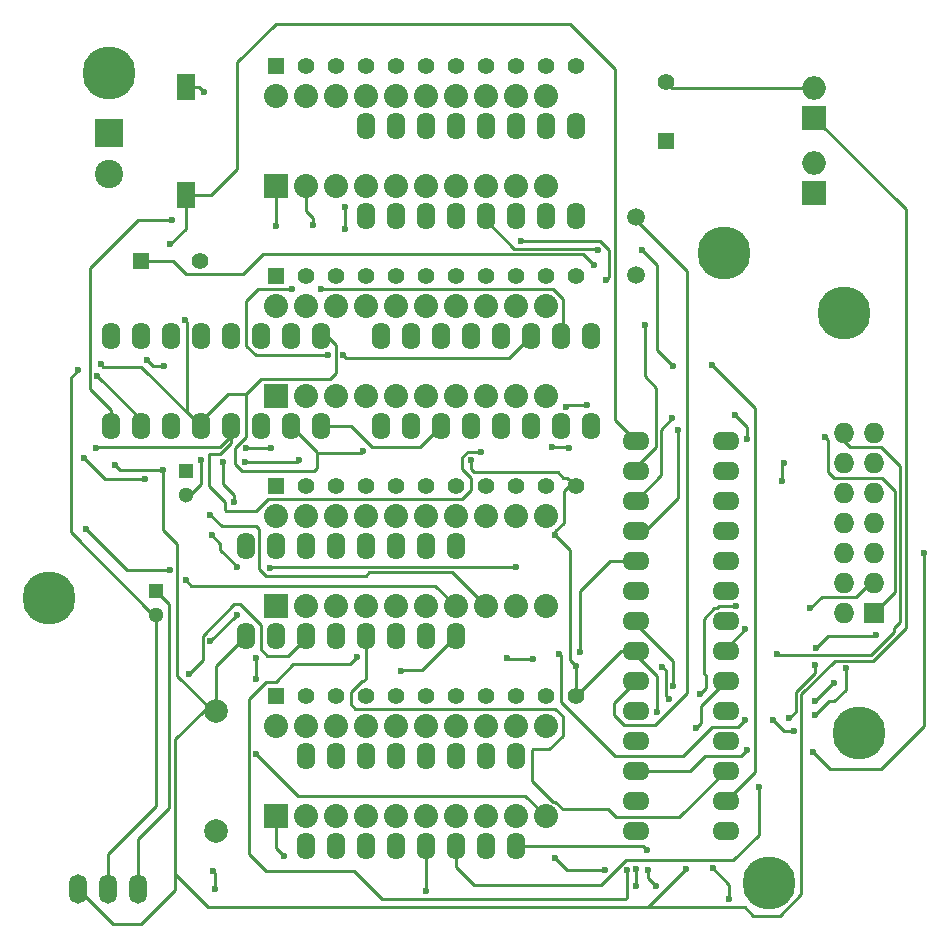
<source format=gbr>
G04 #@! TF.FileFunction,Copper,L1,Top,Signal*
%FSLAX46Y46*%
G04 Gerber Fmt 4.6, Leading zero omitted, Abs format (unit mm)*
G04 Created by KiCad (PCBNEW 4.0.2-stable) date Tue 02 Aug 2016 06:34:44 PM EDT*
%MOMM*%
G01*
G04 APERTURE LIST*
%ADD10C,0.100000*%
%ADD11C,4.500000*%
%ADD12R,2.032000X2.032000*%
%ADD13C,2.032000*%
%ADD14R,1.400000X1.400000*%
%ADD15C,1.400000*%
%ADD16R,1.300000X1.300000*%
%ADD17C,1.300000*%
%ADD18O,2.300000X1.600000*%
%ADD19C,1.998980*%
%ADD20C,1.397000*%
%ADD21R,1.397000X1.397000*%
%ADD22R,1.600000X2.180000*%
%ADD23O,1.600000X2.300000*%
%ADD24C,1.501140*%
%ADD25O,1.501140X2.499360*%
%ADD26R,1.727200X1.727200*%
%ADD27O,1.727200X1.727200*%
%ADD28C,2.400000*%
%ADD29R,2.400000X2.400000*%
%ADD30O,1.998980X1.998980*%
%ADD31R,1.998980X1.998980*%
%ADD32C,0.600000*%
%ADD33C,0.250000*%
G04 APERTURE END LIST*
D10*
D11*
X164338000Y-127571500D03*
X163068000Y-92011500D03*
X156718000Y-140271500D03*
D12*
X114935000Y-134620000D03*
D13*
X117475000Y-134620000D03*
X120015000Y-134620000D03*
X122555000Y-134620000D03*
X132715000Y-127000000D03*
X130175000Y-127000000D03*
X127635000Y-127000000D03*
X125095000Y-127000000D03*
X125095000Y-134620000D03*
X127635000Y-134620000D03*
X130175000Y-134620000D03*
X132715000Y-134620000D03*
X135255000Y-127000000D03*
X137795000Y-127000000D03*
X137795000Y-134620000D03*
X135255000Y-134620000D03*
X122555000Y-127000000D03*
X120015000Y-127000000D03*
X117475000Y-127000000D03*
X114935000Y-127000000D03*
D12*
X114935000Y-116840000D03*
D13*
X117475000Y-116840000D03*
X120015000Y-116840000D03*
X122555000Y-116840000D03*
X132715000Y-109220000D03*
X130175000Y-109220000D03*
X127635000Y-109220000D03*
X125095000Y-109220000D03*
X125095000Y-116840000D03*
X127635000Y-116840000D03*
X130175000Y-116840000D03*
X132715000Y-116840000D03*
X135255000Y-109220000D03*
X137795000Y-109220000D03*
X137795000Y-116840000D03*
X135255000Y-116840000D03*
X122555000Y-109220000D03*
X120015000Y-109220000D03*
X117475000Y-109220000D03*
X114935000Y-109220000D03*
D12*
X114935000Y-99060000D03*
D13*
X117475000Y-99060000D03*
X120015000Y-99060000D03*
X122555000Y-99060000D03*
X132715000Y-91440000D03*
X130175000Y-91440000D03*
X127635000Y-91440000D03*
X125095000Y-91440000D03*
X125095000Y-99060000D03*
X127635000Y-99060000D03*
X130175000Y-99060000D03*
X132715000Y-99060000D03*
X135255000Y-91440000D03*
X137795000Y-91440000D03*
X137795000Y-99060000D03*
X135255000Y-99060000D03*
X122555000Y-91440000D03*
X120015000Y-91440000D03*
X117475000Y-91440000D03*
X114935000Y-91440000D03*
D12*
X114935000Y-81280000D03*
D13*
X117475000Y-81280000D03*
X120015000Y-81280000D03*
X122555000Y-81280000D03*
X132715000Y-73660000D03*
X130175000Y-73660000D03*
X127635000Y-73660000D03*
X125095000Y-73660000D03*
X125095000Y-81280000D03*
X127635000Y-81280000D03*
X130175000Y-81280000D03*
X132715000Y-81280000D03*
X135255000Y-73660000D03*
X137795000Y-73660000D03*
X137795000Y-81280000D03*
X135255000Y-81280000D03*
X122555000Y-73660000D03*
X120015000Y-73660000D03*
X117475000Y-73660000D03*
X114935000Y-73660000D03*
D14*
X103505000Y-87630000D03*
D15*
X108505000Y-87630000D03*
D14*
X147955000Y-77470000D03*
D15*
X147955000Y-72470000D03*
D16*
X104775000Y-115570000D03*
D17*
X104775000Y-117570000D03*
D16*
X107315000Y-105410000D03*
D17*
X107315000Y-107410000D03*
D18*
X145415000Y-102870000D03*
X145415000Y-105410000D03*
X145415000Y-107950000D03*
X145415000Y-110490000D03*
X145415000Y-113030000D03*
X145415000Y-115570000D03*
X145415000Y-118110000D03*
X145415000Y-120650000D03*
X145415000Y-123190000D03*
X145415000Y-125730000D03*
X145415000Y-128270000D03*
X145415000Y-130810000D03*
X145415000Y-133350000D03*
X145415000Y-135890000D03*
X153035000Y-135890000D03*
X153035000Y-133350000D03*
X153035000Y-130810000D03*
X153035000Y-128270000D03*
X153035000Y-125730000D03*
X153035000Y-123190000D03*
X153035000Y-120650000D03*
X153035000Y-118110000D03*
X153035000Y-115570000D03*
X153035000Y-113030000D03*
X153035000Y-110490000D03*
X153035000Y-107950000D03*
X153035000Y-105410000D03*
X153035000Y-102870000D03*
D19*
X109855000Y-135890000D03*
X109855000Y-125730000D03*
D20*
X140335000Y-124460000D03*
D21*
X114935000Y-124460000D03*
D20*
X117475000Y-124460000D03*
X120015000Y-124460000D03*
X122555000Y-124460000D03*
X125095000Y-124460000D03*
X127635000Y-124460000D03*
X130175000Y-124460000D03*
X132715000Y-124460000D03*
X135255000Y-124460000D03*
X137795000Y-124460000D03*
X140335000Y-106680000D03*
D21*
X114935000Y-106680000D03*
D20*
X117475000Y-106680000D03*
X120015000Y-106680000D03*
X122555000Y-106680000D03*
X125095000Y-106680000D03*
X127635000Y-106680000D03*
X130175000Y-106680000D03*
X132715000Y-106680000D03*
X135255000Y-106680000D03*
X137795000Y-106680000D03*
X140335000Y-88900000D03*
D21*
X114935000Y-88900000D03*
D20*
X117475000Y-88900000D03*
X120015000Y-88900000D03*
X122555000Y-88900000D03*
X125095000Y-88900000D03*
X127635000Y-88900000D03*
X130175000Y-88900000D03*
X132715000Y-88900000D03*
X135255000Y-88900000D03*
X137795000Y-88900000D03*
X140335000Y-71120000D03*
D21*
X114935000Y-71120000D03*
D20*
X117475000Y-71120000D03*
X120015000Y-71120000D03*
X122555000Y-71120000D03*
X125095000Y-71120000D03*
X127635000Y-71120000D03*
X130175000Y-71120000D03*
X132715000Y-71120000D03*
X135255000Y-71120000D03*
X137795000Y-71120000D03*
D22*
X107312680Y-82072430D03*
X107317320Y-72867570D03*
D23*
X117475000Y-129540000D03*
X120015000Y-129540000D03*
X122555000Y-129540000D03*
X125095000Y-129540000D03*
X127635000Y-129540000D03*
X130175000Y-129540000D03*
X132715000Y-129540000D03*
X135255000Y-129540000D03*
X135255000Y-137160000D03*
X132715000Y-137160000D03*
X130175000Y-137160000D03*
X127635000Y-137160000D03*
X125095000Y-137160000D03*
X122555000Y-137160000D03*
X120015000Y-137160000D03*
X117475000Y-137160000D03*
X112395000Y-111760000D03*
X114935000Y-111760000D03*
X117475000Y-111760000D03*
X120015000Y-111760000D03*
X122555000Y-111760000D03*
X125095000Y-111760000D03*
X127635000Y-111760000D03*
X130175000Y-111760000D03*
X130175000Y-119380000D03*
X127635000Y-119380000D03*
X125095000Y-119380000D03*
X122555000Y-119380000D03*
X120015000Y-119380000D03*
X117475000Y-119380000D03*
X114935000Y-119380000D03*
X112395000Y-119380000D03*
X100965000Y-93980000D03*
X103505000Y-93980000D03*
X106045000Y-93980000D03*
X108585000Y-93980000D03*
X111125000Y-93980000D03*
X113665000Y-93980000D03*
X116205000Y-93980000D03*
X118745000Y-93980000D03*
X118745000Y-101600000D03*
X116205000Y-101600000D03*
X113665000Y-101600000D03*
X111125000Y-101600000D03*
X108585000Y-101600000D03*
X106045000Y-101600000D03*
X103505000Y-101600000D03*
X100965000Y-101600000D03*
X123825000Y-93980000D03*
X126365000Y-93980000D03*
X128905000Y-93980000D03*
X131445000Y-93980000D03*
X133985000Y-93980000D03*
X136525000Y-93980000D03*
X139065000Y-93980000D03*
X141605000Y-93980000D03*
X141605000Y-101600000D03*
X139065000Y-101600000D03*
X136525000Y-101600000D03*
X133985000Y-101600000D03*
X131445000Y-101600000D03*
X128905000Y-101600000D03*
X126365000Y-101600000D03*
X123825000Y-101600000D03*
X122555000Y-76200000D03*
X125095000Y-76200000D03*
X127635000Y-76200000D03*
X130175000Y-76200000D03*
X132715000Y-76200000D03*
X135255000Y-76200000D03*
X137795000Y-76200000D03*
X140335000Y-76200000D03*
X140335000Y-83820000D03*
X137795000Y-83820000D03*
X135255000Y-83820000D03*
X132715000Y-83820000D03*
X130175000Y-83820000D03*
X127635000Y-83820000D03*
X125095000Y-83820000D03*
X122555000Y-83820000D03*
D24*
X145415000Y-88800940D03*
X145415000Y-83919060D03*
D11*
X100838000Y-71691500D03*
X152908000Y-86931500D03*
X95758000Y-116141500D03*
D25*
X100711000Y-140779500D03*
X98171000Y-140779500D03*
X103251000Y-140779500D03*
D26*
X165608000Y-117411500D03*
D27*
X163068000Y-117411500D03*
X165608000Y-114871500D03*
X163068000Y-114871500D03*
X165608000Y-112331500D03*
X163068000Y-112331500D03*
X165608000Y-109791500D03*
X163068000Y-109791500D03*
X165608000Y-107251500D03*
X163068000Y-107251500D03*
X165608000Y-104711500D03*
X163068000Y-104711500D03*
X165608000Y-102171500D03*
X163068000Y-102171500D03*
D28*
X100838000Y-80271500D03*
D29*
X100838000Y-76771500D03*
D30*
X160528000Y-79311500D03*
D31*
X160528000Y-81851500D03*
D30*
X160528000Y-72961500D03*
D31*
X160528000Y-75501500D03*
D32*
X115633500Y-138049000D03*
X113284000Y-121221500D03*
X113284000Y-122999500D03*
X113284000Y-129349500D03*
X138620500Y-138176000D03*
X142811500Y-139192000D03*
X144653000Y-139192000D03*
X121856500Y-121158000D03*
X99822000Y-97345500D03*
X98869500Y-110299500D03*
X105981500Y-113792000D03*
X107315000Y-114681000D03*
X109410500Y-109156500D03*
X103886000Y-106108500D03*
X98742500Y-104330500D03*
X114554000Y-103441500D03*
X112458500Y-103441500D03*
X135255000Y-113538000D03*
X114427000Y-113665000D03*
X111442500Y-108077000D03*
X110490000Y-104648000D03*
X105473500Y-96520000D03*
X104076500Y-96012000D03*
X120650000Y-95567500D03*
X119380000Y-95631000D03*
X116332000Y-90043000D03*
X114998500Y-84645500D03*
X118745000Y-89979500D03*
X118110000Y-84582000D03*
X120777000Y-83058000D03*
X120777000Y-84963000D03*
X141859000Y-88011000D03*
X107251500Y-92646500D03*
X108585000Y-104457500D03*
X100139500Y-96393000D03*
X98234500Y-96901000D03*
X122364500Y-103759000D03*
X138620500Y-110871000D03*
X131445000Y-104521000D03*
X147256500Y-125793500D03*
X140398500Y-121920000D03*
X136715500Y-121348500D03*
X134556500Y-121221500D03*
X141287500Y-99822000D03*
X139509500Y-100012500D03*
X108902500Y-73342500D03*
X150495000Y-127190500D03*
X149669500Y-139128500D03*
X148590000Y-123634500D03*
X106172000Y-84137500D03*
X101346000Y-104902000D03*
X105410000Y-105346500D03*
X116903500Y-104521000D03*
X112331500Y-104648000D03*
X105981500Y-86233000D03*
X146177000Y-93091000D03*
X148526500Y-100965000D03*
X148971000Y-101917500D03*
X153797000Y-100647500D03*
X154813000Y-102743000D03*
X161480500Y-102552500D03*
X163195000Y-122110500D03*
X160591500Y-126111000D03*
X158813500Y-127444500D03*
X157035500Y-126492000D03*
X154686000Y-126492000D03*
X138938000Y-120904000D03*
X140716000Y-120713500D03*
X147637500Y-121983500D03*
X148272500Y-124714000D03*
X150876000Y-124269500D03*
X153924000Y-116840000D03*
X160210500Y-117030500D03*
X165798500Y-119316500D03*
X160718500Y-120396000D03*
X160591500Y-121856500D03*
X158432500Y-126365000D03*
X169862500Y-112331500D03*
X160401000Y-129222500D03*
X154876500Y-129032000D03*
X135699500Y-85979000D03*
X142938500Y-89217500D03*
X127698500Y-140970000D03*
X145478500Y-140589000D03*
X145478500Y-139128500D03*
X153352500Y-141668500D03*
X151955500Y-139065000D03*
X142240000Y-86741000D03*
X145923000Y-86677500D03*
X148590000Y-96520000D03*
X151892000Y-96456500D03*
X132334000Y-103822500D03*
X99695000Y-103441500D03*
X138303000Y-103378000D03*
X139763500Y-103441500D03*
X155829000Y-132143500D03*
X162242500Y-123380500D03*
X160591500Y-124904500D03*
X157353000Y-120904000D03*
X154686000Y-118808500D03*
X157988000Y-104775000D03*
X157797500Y-106299000D03*
X107569000Y-122618500D03*
X109601000Y-139255500D03*
X109791500Y-140843000D03*
X147129500Y-140525500D03*
X146494500Y-139192000D03*
X146367500Y-137477500D03*
X125539500Y-122364500D03*
X109410500Y-119824500D03*
X111696500Y-117602000D03*
X111633000Y-113538000D03*
X109537500Y-110871000D03*
D33*
X115633500Y-138049000D02*
X114935000Y-137350500D01*
X114935000Y-137350500D02*
X114935000Y-134620000D01*
X113284000Y-121221500D02*
X113284000Y-122999500D01*
X113284000Y-129349500D02*
X116840000Y-132905500D01*
X116840000Y-132905500D02*
X136080500Y-132905500D01*
X136080500Y-132905500D02*
X137795000Y-134620000D01*
X138620500Y-138176000D02*
X139636500Y-139192000D01*
X139636500Y-139192000D02*
X142811500Y-139192000D01*
X144653000Y-139192000D02*
X144653000Y-141541500D01*
X144653000Y-141541500D02*
X144526000Y-141668500D01*
X144526000Y-141668500D02*
X123952000Y-141668500D01*
X123952000Y-141668500D02*
X121602500Y-139319000D01*
X121602500Y-139319000D02*
X114109500Y-139319000D01*
X114109500Y-139319000D02*
X112649000Y-137858500D01*
X112649000Y-137858500D02*
X112649000Y-124714000D01*
X112649000Y-124714000D02*
X114109500Y-123253500D01*
X114109500Y-123253500D02*
X114935000Y-123253500D01*
X114935000Y-123253500D02*
X116395500Y-121793000D01*
X116395500Y-121793000D02*
X121221500Y-121793000D01*
X121221500Y-121793000D02*
X121856500Y-121158000D01*
X103505000Y-101600000D02*
X103505000Y-101028500D01*
X103505000Y-101028500D02*
X99822000Y-97345500D01*
X98869500Y-110299500D02*
X102362000Y-113792000D01*
X102362000Y-113792000D02*
X105981500Y-113792000D01*
X107315000Y-114681000D02*
X107759500Y-115125500D01*
X107759500Y-115125500D02*
X128460500Y-115125500D01*
X128460500Y-115125500D02*
X130175000Y-116840000D01*
X129863002Y-113988002D02*
X132715000Y-116840000D01*
X122872500Y-113988002D02*
X129863002Y-113988002D01*
X122560502Y-114300000D02*
X122872500Y-113988002D01*
X114109500Y-114300000D02*
X122560502Y-114300000D01*
X113538000Y-113728500D02*
X114109500Y-114300000D01*
X113538000Y-110363000D02*
X113538000Y-113728500D01*
X113284000Y-110109000D02*
X113538000Y-110363000D01*
X110363000Y-110109000D02*
X113284000Y-110109000D01*
X109410500Y-109156500D02*
X110363000Y-110109000D01*
X100520500Y-106108500D02*
X103886000Y-106108500D01*
X98742500Y-104330500D02*
X100520500Y-106108500D01*
X112458500Y-103441500D02*
X114554000Y-103441500D01*
X114554000Y-113538000D02*
X135255000Y-113538000D01*
X114427000Y-113665000D02*
X114554000Y-113538000D01*
X111442500Y-107442000D02*
X111442500Y-108077000D01*
X110490000Y-106489500D02*
X111442500Y-107442000D01*
X110490000Y-104648000D02*
X110490000Y-106489500D01*
X104584500Y-96520000D02*
X105473500Y-96520000D01*
X104076500Y-96012000D02*
X104584500Y-96520000D01*
X114935000Y-81280000D02*
X114935000Y-84582000D01*
X134683500Y-95821500D02*
X136525000Y-93980000D01*
X120904000Y-95821500D02*
X134683500Y-95821500D01*
X120650000Y-95567500D02*
X120904000Y-95821500D01*
X113284000Y-95631000D02*
X119380000Y-95631000D01*
X112458500Y-94805500D02*
X113284000Y-95631000D01*
X112458500Y-91059000D02*
X112458500Y-94805500D01*
X113474500Y-90043000D02*
X112458500Y-91059000D01*
X116332000Y-90043000D02*
X113474500Y-90043000D01*
X114935000Y-84582000D02*
X114998500Y-84645500D01*
X117475000Y-81280000D02*
X117475000Y-83375500D01*
X139255500Y-90868500D02*
X139255500Y-93789500D01*
X138430000Y-90043000D02*
X139255500Y-90868500D01*
X118808500Y-90043000D02*
X138430000Y-90043000D01*
X118745000Y-89979500D02*
X118808500Y-90043000D01*
X118110000Y-84010500D02*
X118110000Y-84582000D01*
X117475000Y-83375500D02*
X118110000Y-84010500D01*
X139255500Y-93789500D02*
X139065000Y-93980000D01*
X120777000Y-83058000D02*
X120777000Y-84963000D01*
X103505000Y-87630000D02*
X106235500Y-87630000D01*
X140912002Y-87064002D02*
X141859000Y-88011000D01*
X113849998Y-87064002D02*
X140912002Y-87064002D01*
X112141000Y-88773000D02*
X113849998Y-87064002D01*
X107378500Y-88773000D02*
X112141000Y-88773000D01*
X106235500Y-87630000D02*
X107378500Y-88773000D01*
X160528000Y-72961500D02*
X148446500Y-72961500D01*
X148446500Y-72961500D02*
X147955000Y-72470000D01*
X104775000Y-117570000D02*
X104775000Y-133794500D01*
X100711000Y-137858500D02*
X100711000Y-140779500D01*
X104775000Y-133794500D02*
X100711000Y-137858500D01*
X108585000Y-101600000D02*
X108585000Y-101219000D01*
X108585000Y-101219000D02*
X110934500Y-98869500D01*
X110934500Y-98869500D02*
X112395000Y-98869500D01*
X107442000Y-100457000D02*
X108585000Y-101600000D01*
X107442000Y-92837000D02*
X107442000Y-100457000D01*
X107251500Y-92646500D02*
X107442000Y-92837000D01*
X107315000Y-107410000D02*
X107664500Y-107410000D01*
X107664500Y-107410000D02*
X108585000Y-106489500D01*
X108585000Y-106489500D02*
X108585000Y-104457500D01*
X104775000Y-117570000D02*
X104552500Y-117570000D01*
X104552500Y-117570000D02*
X97599500Y-110617000D01*
X103568500Y-96583500D02*
X108585000Y-101600000D01*
X100330000Y-96583500D02*
X103568500Y-96583500D01*
X100139500Y-96393000D02*
X100330000Y-96583500D01*
X97599500Y-97536000D02*
X98234500Y-96901000D01*
X97599500Y-110617000D02*
X97599500Y-97536000D01*
X138620500Y-110871000D02*
X139890500Y-112141000D01*
X139890500Y-121412000D02*
X140398500Y-121920000D01*
X139890500Y-112141000D02*
X139890500Y-121412000D01*
X122237500Y-103886000D02*
X118427500Y-103886000D01*
X122364500Y-103759000D02*
X122237500Y-103886000D01*
X140335000Y-106680000D02*
X139763500Y-106680000D01*
X139763500Y-106680000D02*
X139319000Y-107124500D01*
X138620500Y-110490000D02*
X138620500Y-110871000D01*
X139319000Y-109791500D02*
X138620500Y-110490000D01*
X139319000Y-107124500D02*
X139319000Y-109791500D01*
X139636500Y-105981500D02*
X140335000Y-106680000D01*
X139255500Y-105981500D02*
X139636500Y-105981500D01*
X138811000Y-105537000D02*
X139255500Y-105981500D01*
X131762500Y-105537000D02*
X138811000Y-105537000D01*
X131445000Y-105219500D02*
X131762500Y-105537000D01*
X131445000Y-104521000D02*
X131445000Y-105219500D01*
X145415000Y-120650000D02*
X145415000Y-120967500D01*
X145415000Y-120967500D02*
X147256500Y-122809000D01*
X147256500Y-122809000D02*
X147256500Y-125793500D01*
X145415000Y-120650000D02*
X144145000Y-120650000D01*
X144145000Y-120650000D02*
X140335000Y-124460000D01*
X134683500Y-121348500D02*
X136715500Y-121348500D01*
X134556500Y-121221500D02*
X134683500Y-121348500D01*
X140398500Y-121920000D02*
X140335000Y-121983500D01*
X140335000Y-121983500D02*
X140335000Y-124460000D01*
X118745000Y-93980000D02*
X119253000Y-93980000D01*
X119253000Y-93980000D02*
X120015000Y-94742000D01*
X120015000Y-94742000D02*
X120015000Y-97155000D01*
X120015000Y-97155000D02*
X119570500Y-97599500D01*
X119570500Y-97599500D02*
X113665000Y-97599500D01*
X113665000Y-97599500D02*
X112395000Y-98869500D01*
X112395000Y-98869500D02*
X112395000Y-102552500D01*
X112395000Y-102552500D02*
X111506000Y-103441500D01*
X111506000Y-103441500D02*
X111506000Y-104838500D01*
X111506000Y-104838500D02*
X112077500Y-105410000D01*
X112077500Y-105410000D02*
X118173500Y-105410000D01*
X118173500Y-105410000D02*
X118427500Y-105156000D01*
X118427500Y-105156000D02*
X118427500Y-103886000D01*
X118427500Y-103886000D02*
X118427500Y-103822500D01*
X118427500Y-103822500D02*
X116205000Y-101600000D01*
X139700000Y-99822000D02*
X141287500Y-99822000D01*
X139509500Y-100012500D02*
X139700000Y-99822000D01*
X107317320Y-72867570D02*
X108427570Y-72867570D01*
X108427570Y-72867570D02*
X108902500Y-73342500D01*
X145415000Y-83919060D02*
X145415000Y-84137500D01*
X145415000Y-84137500D02*
X149796500Y-88519000D01*
X149796500Y-88519000D02*
X149796500Y-124206000D01*
X149796500Y-124206000D02*
X147066000Y-126936500D01*
X147066000Y-126936500D02*
X144462500Y-126936500D01*
X144462500Y-126936500D02*
X143573500Y-126047500D01*
X143573500Y-126047500D02*
X143573500Y-125031500D01*
X143573500Y-125031500D02*
X145415000Y-123190000D01*
X103251000Y-140779500D02*
X103251000Y-136588500D01*
X105918000Y-116713000D02*
X104775000Y-115570000D01*
X105918000Y-133921500D02*
X105918000Y-116713000D01*
X103251000Y-136588500D02*
X105918000Y-133921500D01*
X146431000Y-142367000D02*
X154686000Y-142367000D01*
X168275000Y-83248500D02*
X160528000Y-75501500D01*
X168275000Y-118745000D02*
X168275000Y-83248500D01*
X165544500Y-121475500D02*
X168275000Y-118745000D01*
X162306000Y-121475500D02*
X165544500Y-121475500D01*
X159448500Y-124333000D02*
X162306000Y-121475500D01*
X159448500Y-141224000D02*
X159448500Y-124333000D01*
X157607000Y-143065500D02*
X159448500Y-141224000D01*
X155384500Y-143065500D02*
X157607000Y-143065500D01*
X154686000Y-142367000D02*
X155384500Y-143065500D01*
X106426000Y-139573000D02*
X106426000Y-140906500D01*
X101155500Y-143764000D02*
X98171000Y-140779500D01*
X103568500Y-143764000D02*
X101155500Y-143764000D01*
X106426000Y-140906500D02*
X103568500Y-143764000D01*
X109855000Y-125730000D02*
X108839000Y-125730000D01*
X150939500Y-125285500D02*
X153035000Y-123190000D01*
X150939500Y-126746000D02*
X150939500Y-125285500D01*
X150495000Y-127190500D02*
X150939500Y-126746000D01*
X146431000Y-142367000D02*
X149669500Y-139128500D01*
X109220000Y-142367000D02*
X146431000Y-142367000D01*
X106426000Y-139573000D02*
X109220000Y-142367000D01*
X106426000Y-128143000D02*
X106426000Y-139573000D01*
X108839000Y-125730000D02*
X106426000Y-128143000D01*
X145415000Y-118110000D02*
X145415000Y-118364000D01*
X145415000Y-118364000D02*
X148590000Y-121539000D01*
X148590000Y-121539000D02*
X148590000Y-123634500D01*
X100965000Y-101600000D02*
X100965000Y-100266500D01*
X103251000Y-84137500D02*
X106172000Y-84137500D01*
X99187000Y-88201500D02*
X103251000Y-84137500D01*
X99187000Y-98488500D02*
X99187000Y-88201500D01*
X100965000Y-100266500D02*
X99187000Y-98488500D01*
X101790500Y-105346500D02*
X105410000Y-105346500D01*
X101346000Y-104902000D02*
X101790500Y-105346500D01*
X109855000Y-125730000D02*
X109601000Y-125730000D01*
X109601000Y-125730000D02*
X106616500Y-122745500D01*
X105410000Y-110427898D02*
X105410000Y-105346500D01*
X106616500Y-111634398D02*
X105410000Y-110427898D01*
X106616500Y-122745500D02*
X106616500Y-111634398D01*
X109855000Y-125730000D02*
X109855000Y-121920000D01*
X109855000Y-121920000D02*
X112395000Y-119380000D01*
X116903500Y-104521000D02*
X116776500Y-104648000D01*
X116776500Y-104648000D02*
X112331500Y-104648000D01*
X107312680Y-82072430D02*
X109443570Y-82072430D01*
X143637000Y-101092000D02*
X145415000Y-102870000D01*
X143637000Y-71374000D02*
X143637000Y-101092000D01*
X139827000Y-67564000D02*
X143637000Y-71374000D01*
X114935000Y-67564000D02*
X139827000Y-67564000D01*
X111696500Y-70802500D02*
X114935000Y-67564000D01*
X111696500Y-79819500D02*
X111696500Y-70802500D01*
X109443570Y-82072430D02*
X111696500Y-79819500D01*
X107312680Y-84901820D02*
X107312680Y-82072430D01*
X105981500Y-86233000D02*
X107312680Y-84901820D01*
X145415000Y-105410000D02*
X145415000Y-105092500D01*
X145415000Y-105092500D02*
X147129500Y-103378000D01*
X147129500Y-103378000D02*
X147129500Y-98361500D01*
X147129500Y-98361500D02*
X146177000Y-97409000D01*
X146177000Y-97409000D02*
X146177000Y-93091000D01*
X148526500Y-100965000D02*
X147579502Y-101911998D01*
X147579502Y-101911998D02*
X147579502Y-105785498D01*
X147579502Y-105785498D02*
X145415000Y-107950000D01*
X145415000Y-110490000D02*
X146177000Y-110490000D01*
X146177000Y-110490000D02*
X148971000Y-107696000D01*
X148971000Y-107696000D02*
X148971000Y-101917500D01*
X153797000Y-100647500D02*
X154813000Y-101663500D01*
X154813000Y-101663500D02*
X154813000Y-102743000D01*
X161480500Y-102552500D02*
X161734500Y-102806500D01*
X161734500Y-102806500D02*
X161734500Y-105473500D01*
X161734500Y-105473500D02*
X162242500Y-105981500D01*
X162242500Y-105981500D02*
X166243000Y-105981500D01*
X166243000Y-105981500D02*
X167374996Y-107113496D01*
X167374996Y-107113496D02*
X167374996Y-115644504D01*
X167374996Y-115644504D02*
X165608000Y-117411500D01*
X145415000Y-113030000D02*
X143256000Y-113030000D01*
X163195000Y-123952000D02*
X163195000Y-122110500D01*
X162242500Y-124904500D02*
X163195000Y-123952000D01*
X161798000Y-124904500D02*
X162242500Y-124904500D01*
X160591500Y-126111000D02*
X161798000Y-124904500D01*
X157988000Y-127444500D02*
X158813500Y-127444500D01*
X157035500Y-126492000D02*
X157988000Y-127444500D01*
X154114500Y-127063500D02*
X154686000Y-126492000D01*
X151892000Y-127063500D02*
X154114500Y-127063500D01*
X149415500Y-129540000D02*
X151892000Y-127063500D01*
X143637000Y-129540000D02*
X149415500Y-129540000D01*
X139065000Y-124968000D02*
X143637000Y-129540000D01*
X139065000Y-121031000D02*
X139065000Y-124968000D01*
X138938000Y-120904000D02*
X139065000Y-121031000D01*
X140716000Y-115570000D02*
X140716000Y-120713500D01*
X143256000Y-113030000D02*
X140716000Y-115570000D01*
X147637500Y-121983500D02*
X147955000Y-122301000D01*
X147955000Y-122301000D02*
X147955000Y-124396500D01*
X147955000Y-124396500D02*
X148272500Y-124714000D01*
X150876000Y-124269500D02*
X151384000Y-123761500D01*
X151384000Y-123761500D02*
X151384000Y-122745500D01*
X151384000Y-122745500D02*
X151193500Y-122555000D01*
X151193500Y-122555000D02*
X151193500Y-117919500D01*
X151193500Y-117919500D02*
X152082500Y-117030500D01*
X152082500Y-117030500D02*
X152273000Y-117030500D01*
X152273000Y-117030500D02*
X152463500Y-116840000D01*
X152463500Y-116840000D02*
X153924000Y-116840000D01*
X160210500Y-117030500D02*
X161163000Y-116078000D01*
X161163000Y-116078000D02*
X164084000Y-116078000D01*
X164084000Y-116078000D02*
X165290500Y-114871500D01*
X165290500Y-114871500D02*
X165608000Y-114871500D01*
X165735000Y-119380000D02*
X165798500Y-119316500D01*
X161734500Y-119380000D02*
X165735000Y-119380000D01*
X160718500Y-120396000D02*
X161734500Y-119380000D01*
X160591500Y-122553602D02*
X160591500Y-121856500D01*
X158998498Y-124146604D02*
X160591500Y-122553602D01*
X158998498Y-125799002D02*
X158998498Y-124146604D01*
X158432500Y-126365000D02*
X158998498Y-125799002D01*
X145415000Y-130810000D02*
X150050500Y-130810000D01*
X169862500Y-127000000D02*
X169862500Y-112331500D01*
X166179500Y-130683000D02*
X169862500Y-127000000D01*
X161861500Y-130683000D02*
X166179500Y-130683000D01*
X160401000Y-129222500D02*
X161861500Y-130683000D01*
X154368500Y-129540000D02*
X154876500Y-129032000D01*
X151320500Y-129540000D02*
X154368500Y-129540000D01*
X150050500Y-130810000D02*
X151320500Y-129540000D01*
X142367000Y-85979000D02*
X135699500Y-85979000D01*
X143129000Y-86741000D02*
X142367000Y-85979000D01*
X143129000Y-89027000D02*
X143129000Y-86741000D01*
X142938500Y-89217500D02*
X143129000Y-89027000D01*
X127635000Y-140906500D02*
X127635000Y-137160000D01*
X127698500Y-140970000D02*
X127635000Y-140906500D01*
X145478500Y-139128500D02*
X145478500Y-140589000D01*
X153352500Y-140462000D02*
X153352500Y-141668500D01*
X151955500Y-139065000D02*
X153352500Y-140462000D01*
X132715000Y-83820000D02*
X132715000Y-84201000D01*
X132715000Y-84201000D02*
X135128000Y-86614000D01*
X135128000Y-86614000D02*
X142113000Y-86614000D01*
X142113000Y-86614000D02*
X142240000Y-86741000D01*
X145923000Y-86677500D02*
X147256500Y-88011000D01*
X147256500Y-88011000D02*
X147256500Y-95186500D01*
X147256500Y-95186500D02*
X148590000Y-96520000D01*
X151892000Y-96456500D02*
X155511500Y-100076000D01*
X155511500Y-100076000D02*
X155511500Y-130873500D01*
X155511500Y-130873500D02*
X153035000Y-133350000D01*
X122555000Y-119380000D02*
X122555000Y-120523000D01*
X122555000Y-120523000D02*
X122555000Y-122999500D01*
X122555000Y-122999500D02*
X122364500Y-123190000D01*
X122364500Y-123190000D02*
X122237500Y-123190000D01*
X122237500Y-123190000D02*
X121285000Y-124142500D01*
X121285000Y-124142500D02*
X121285000Y-125158500D01*
X121285000Y-125158500D02*
X121666000Y-125539500D01*
X121666000Y-125539500D02*
X138620500Y-125539500D01*
X138620500Y-125539500D02*
X139255500Y-126174500D01*
X139255500Y-126174500D02*
X139255500Y-127825500D01*
X139255500Y-127825500D02*
X138112500Y-128968500D01*
X138112500Y-128968500D02*
X136715500Y-128968500D01*
X136715500Y-128968500D02*
X136652000Y-129032000D01*
X136652000Y-129032000D02*
X136652000Y-131635500D01*
X136652000Y-131635500D02*
X138430000Y-133413500D01*
X138430000Y-133413500D02*
X138620500Y-133413500D01*
X138620500Y-133413500D02*
X139255500Y-134048500D01*
X139255500Y-134048500D02*
X143065500Y-134048500D01*
X143065500Y-134048500D02*
X143764000Y-134747000D01*
X143764000Y-134747000D02*
X149098000Y-134747000D01*
X149098000Y-134747000D02*
X153035000Y-130810000D01*
X109283500Y-103949500D02*
X109283500Y-106680000D01*
X131191000Y-103822500D02*
X132334000Y-103822500D01*
X130746500Y-104267000D02*
X131191000Y-103822500D01*
X130746500Y-105283000D02*
X130746500Y-104267000D01*
X131445000Y-105981500D02*
X130746500Y-105283000D01*
X131445000Y-107061000D02*
X131445000Y-105981500D01*
X130746500Y-107759500D02*
X131445000Y-107061000D01*
X114300000Y-107759500D02*
X130746500Y-107759500D01*
X113284000Y-108775500D02*
X114300000Y-107759500D01*
X110744000Y-108775500D02*
X113284000Y-108775500D01*
X110680500Y-108712000D02*
X110744000Y-108775500D01*
X110680500Y-108077000D02*
X110680500Y-108712000D01*
X109283500Y-106680000D02*
X110680500Y-108077000D01*
X111125000Y-101600000D02*
X111125000Y-103060500D01*
X110236000Y-103949500D02*
X109283500Y-103949500D01*
X111125000Y-103060500D02*
X110236000Y-103949500D01*
X111125000Y-101600000D02*
X111125000Y-102489000D01*
X111125000Y-102489000D02*
X110236000Y-103378000D01*
X110236000Y-103378000D02*
X99758500Y-103378000D01*
X99758500Y-103378000D02*
X99695000Y-103441500D01*
X139700000Y-103378000D02*
X138303000Y-103378000D01*
X139763500Y-103441500D02*
X139700000Y-103378000D01*
X130175000Y-137160000D02*
X130175000Y-138938000D01*
X155829000Y-136207500D02*
X155829000Y-132143500D01*
X153670000Y-138366500D02*
X155829000Y-136207500D01*
X144589500Y-138366500D02*
X153670000Y-138366500D01*
X142494000Y-140462000D02*
X144589500Y-138366500D01*
X131699000Y-140462000D02*
X142494000Y-140462000D01*
X130175000Y-138938000D02*
X131699000Y-140462000D01*
X162115500Y-123380500D02*
X162242500Y-123380500D01*
X160591500Y-124904500D02*
X162115500Y-123380500D01*
X163068000Y-102171500D02*
X163068000Y-102870000D01*
X163068000Y-102870000D02*
X163576000Y-103378000D01*
X163576000Y-103378000D02*
X166179500Y-103378000D01*
X166179500Y-103378000D02*
X167824998Y-105023498D01*
X167824998Y-105023498D02*
X167824998Y-118179002D01*
X167824998Y-118179002D02*
X167321801Y-118682199D01*
X167321801Y-118682199D02*
X167321801Y-119061801D01*
X167321801Y-119061801D02*
X165358104Y-121025498D01*
X165358104Y-121025498D02*
X157474498Y-121025498D01*
X157474498Y-121025498D02*
X157353000Y-120904000D01*
X154686000Y-118808500D02*
X153035000Y-120459500D01*
X153035000Y-120459500D02*
X153035000Y-120650000D01*
X157988000Y-104775000D02*
X157797500Y-104965500D01*
X157797500Y-104965500D02*
X157797500Y-106299000D01*
X117475000Y-119380000D02*
X117475000Y-119570500D01*
X117475000Y-119570500D02*
X115951000Y-121094500D01*
X115951000Y-121094500D02*
X114236500Y-121094500D01*
X114236500Y-121094500D02*
X113665000Y-120523000D01*
X113665000Y-120523000D02*
X113665000Y-118491000D01*
X113665000Y-118491000D02*
X111887000Y-116713000D01*
X111887000Y-116713000D02*
X111442500Y-116713000D01*
X111442500Y-116713000D02*
X108775500Y-119380000D01*
X108775500Y-119380000D02*
X108775500Y-121412000D01*
X108775500Y-121412000D02*
X107569000Y-122618500D01*
X109601000Y-139255500D02*
X109791500Y-139446000D01*
X109791500Y-139446000D02*
X109791500Y-140843000D01*
X147129500Y-140525500D02*
X146494500Y-139890500D01*
X146494500Y-139890500D02*
X146494500Y-139192000D01*
X146367500Y-137477500D02*
X146050000Y-137160000D01*
X146050000Y-137160000D02*
X135255000Y-137160000D01*
X127317500Y-122237500D02*
X130175000Y-119380000D01*
X125666500Y-122237500D02*
X127317500Y-122237500D01*
X125539500Y-122364500D02*
X125666500Y-122237500D01*
X111569500Y-117665500D02*
X109410500Y-119824500D01*
X111633000Y-117665500D02*
X111569500Y-117665500D01*
X111696500Y-117602000D02*
X111633000Y-117665500D01*
X111633000Y-113474500D02*
X111633000Y-113538000D01*
X110236000Y-112077500D02*
X111633000Y-113474500D01*
X110236000Y-111569500D02*
X110236000Y-112077500D01*
X109537500Y-110871000D02*
X110236000Y-111569500D01*
X118745000Y-101600000D02*
X121285000Y-101600000D01*
X127127000Y-103378000D02*
X128905000Y-101600000D01*
X123063000Y-103378000D02*
X127127000Y-103378000D01*
X121285000Y-101600000D02*
X123063000Y-103378000D01*
M02*

</source>
